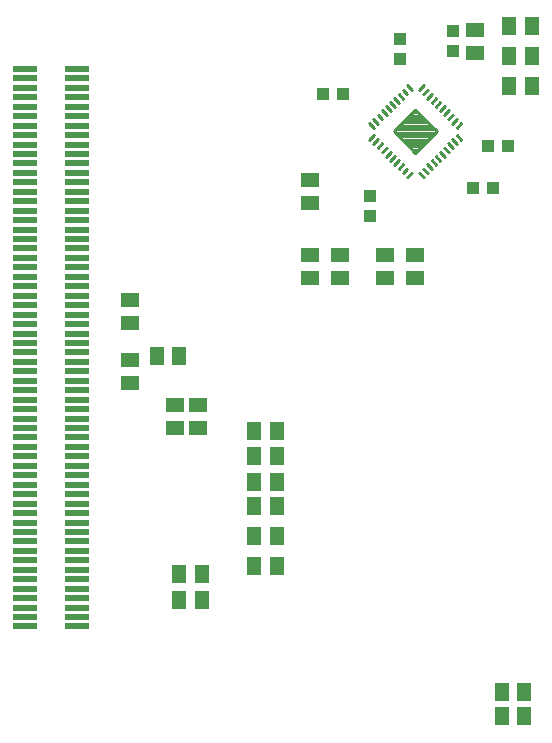
<source format=gbp>
G75*
%MOIN*%
%OFA0B0*%
%FSLAX25Y25*%
%IPPOS*%
%LPD*%
%AMOC8*
5,1,8,0,0,1.08239X$1,22.5*
%
%ADD10R,0.08100X0.02100*%
%ADD11R,0.05906X0.05118*%
%ADD12R,0.05118X0.05906*%
%ADD13C,0.01102*%
%ADD14C,0.01142*%
%ADD15R,0.03937X0.04331*%
%ADD16R,0.04331X0.03937*%
D10*
X0046800Y0062815D03*
X0046800Y0065965D03*
X0046800Y0069114D03*
X0046800Y0072264D03*
X0046800Y0075413D03*
X0046800Y0078563D03*
X0046800Y0081713D03*
X0046800Y0084862D03*
X0046800Y0088012D03*
X0046800Y0091162D03*
X0046800Y0094311D03*
X0046800Y0097461D03*
X0046800Y0100610D03*
X0046800Y0103760D03*
X0046800Y0106910D03*
X0046800Y0110059D03*
X0046800Y0113209D03*
X0046800Y0116358D03*
X0046800Y0119508D03*
X0046800Y0122658D03*
X0046800Y0125807D03*
X0046800Y0128957D03*
X0046800Y0132106D03*
X0046800Y0135256D03*
X0046800Y0138406D03*
X0046800Y0141555D03*
X0046800Y0144705D03*
X0046800Y0147854D03*
X0046800Y0151004D03*
X0046800Y0154154D03*
X0046800Y0157303D03*
X0046800Y0160453D03*
X0046800Y0163602D03*
X0046800Y0166752D03*
X0046800Y0169902D03*
X0046800Y0173051D03*
X0046800Y0176201D03*
X0046800Y0179351D03*
X0046800Y0182500D03*
X0046800Y0185650D03*
X0046800Y0188799D03*
X0046800Y0191949D03*
X0046800Y0195099D03*
X0046800Y0198248D03*
X0046800Y0201398D03*
X0046800Y0204547D03*
X0046800Y0207697D03*
X0046800Y0210847D03*
X0046800Y0213996D03*
X0046800Y0217146D03*
X0046800Y0220295D03*
X0046800Y0223445D03*
X0046800Y0226595D03*
X0046800Y0229744D03*
X0046800Y0232894D03*
X0046800Y0236043D03*
X0046800Y0239193D03*
X0046800Y0242343D03*
X0046800Y0245492D03*
X0046800Y0248642D03*
X0064123Y0248642D03*
X0064123Y0245492D03*
X0064123Y0242343D03*
X0064123Y0239193D03*
X0064123Y0236043D03*
X0064123Y0232894D03*
X0064123Y0229744D03*
X0064123Y0226595D03*
X0064123Y0223445D03*
X0064123Y0220295D03*
X0064123Y0217146D03*
X0064123Y0213996D03*
X0064123Y0210847D03*
X0064123Y0207697D03*
X0064123Y0204547D03*
X0064123Y0201398D03*
X0064123Y0198248D03*
X0064123Y0195099D03*
X0064123Y0191949D03*
X0064123Y0188799D03*
X0064123Y0185650D03*
X0064123Y0182500D03*
X0064123Y0179351D03*
X0064123Y0176201D03*
X0064123Y0173051D03*
X0064123Y0169902D03*
X0064123Y0166752D03*
X0064123Y0163602D03*
X0064123Y0160453D03*
X0064123Y0157303D03*
X0064123Y0154154D03*
X0064123Y0151004D03*
X0064123Y0147854D03*
X0064123Y0144705D03*
X0064123Y0141555D03*
X0064123Y0138406D03*
X0064123Y0135256D03*
X0064123Y0132106D03*
X0064123Y0128957D03*
X0064123Y0125807D03*
X0064123Y0122658D03*
X0064123Y0119508D03*
X0064123Y0116358D03*
X0064123Y0113209D03*
X0064123Y0110059D03*
X0064123Y0106910D03*
X0064123Y0103760D03*
X0064123Y0100610D03*
X0064123Y0097461D03*
X0064123Y0094311D03*
X0064123Y0091162D03*
X0064123Y0088012D03*
X0064123Y0084862D03*
X0064123Y0081713D03*
X0064123Y0078563D03*
X0064123Y0075413D03*
X0064123Y0072264D03*
X0064123Y0069114D03*
X0064123Y0065965D03*
X0064123Y0062815D03*
D11*
X0096800Y0129075D03*
X0096800Y0136555D03*
X0104300Y0136555D03*
X0104300Y0129075D03*
X0081800Y0144075D03*
X0081800Y0151555D03*
X0081800Y0164075D03*
X0081800Y0171555D03*
X0141800Y0179075D03*
X0141800Y0186555D03*
X0151800Y0186555D03*
X0151800Y0179075D03*
X0166800Y0179075D03*
X0166800Y0186555D03*
X0176800Y0186555D03*
X0176800Y0179075D03*
X0141800Y0204075D03*
X0141800Y0211555D03*
X0196800Y0254075D03*
X0196800Y0261555D03*
D12*
X0208060Y0262815D03*
X0215540Y0262815D03*
X0215540Y0252815D03*
X0208060Y0252815D03*
X0208060Y0242815D03*
X0215540Y0242815D03*
X0130540Y0127815D03*
X0123060Y0127815D03*
X0123060Y0119690D03*
X0130540Y0119690D03*
X0130540Y0110940D03*
X0123060Y0110940D03*
X0123060Y0102815D03*
X0130540Y0102815D03*
X0130540Y0092815D03*
X0123060Y0092815D03*
X0123060Y0082815D03*
X0130540Y0082815D03*
X0105540Y0080315D03*
X0098060Y0080315D03*
X0098060Y0071565D03*
X0105540Y0071565D03*
X0098040Y0152815D03*
X0090560Y0152815D03*
X0205560Y0040940D03*
X0213040Y0040940D03*
X0213040Y0032815D03*
X0205560Y0032815D03*
D13*
X0179611Y0212476D02*
X0178025Y0214062D01*
X0179417Y0215454D02*
X0181003Y0213868D01*
X0182395Y0215260D02*
X0180809Y0216846D01*
X0182201Y0218238D02*
X0183787Y0216652D01*
X0185179Y0218044D02*
X0183593Y0219630D01*
X0184985Y0221022D02*
X0186571Y0219436D01*
X0187963Y0220828D02*
X0186377Y0222414D01*
X0187769Y0223806D02*
X0189355Y0222220D01*
X0190747Y0223612D02*
X0189161Y0225198D01*
X0190553Y0226590D02*
X0192139Y0225004D01*
X0190553Y0229040D02*
X0192139Y0230626D01*
X0190747Y0232018D02*
X0189161Y0230432D01*
X0187769Y0231824D02*
X0189355Y0233410D01*
X0187963Y0234802D02*
X0186377Y0233216D01*
X0184985Y0234608D02*
X0186571Y0236194D01*
X0185179Y0237586D02*
X0183593Y0236000D01*
X0182201Y0237392D02*
X0183787Y0238978D01*
X0182395Y0240370D02*
X0180809Y0238784D01*
X0179417Y0240176D02*
X0181003Y0241762D01*
X0179611Y0243154D02*
X0178025Y0241568D01*
X0175575Y0241568D02*
X0173989Y0243154D01*
X0172597Y0241762D02*
X0174183Y0240176D01*
X0172791Y0238784D02*
X0171205Y0240370D01*
X0169813Y0238978D02*
X0171399Y0237392D01*
X0170007Y0236000D02*
X0168421Y0237586D01*
X0167029Y0236194D02*
X0168615Y0234608D01*
X0167223Y0233216D02*
X0165637Y0234802D01*
X0164245Y0233410D02*
X0165831Y0231824D01*
X0164439Y0230432D02*
X0162853Y0232018D01*
X0161461Y0230626D02*
X0163047Y0229040D01*
X0163047Y0226590D02*
X0161461Y0225004D01*
X0162853Y0223612D02*
X0164439Y0225198D01*
X0165831Y0223806D02*
X0164245Y0222220D01*
X0165637Y0220828D02*
X0167223Y0222414D01*
X0168615Y0221022D02*
X0167029Y0219436D01*
X0168421Y0218044D02*
X0170007Y0219630D01*
X0171399Y0218238D02*
X0169813Y0216652D01*
X0171205Y0215260D02*
X0172791Y0216846D01*
X0174183Y0215454D02*
X0172597Y0213868D01*
X0173989Y0212476D02*
X0175575Y0214062D01*
D14*
X0184064Y0227815D02*
X0176800Y0235079D01*
X0184064Y0227815D02*
X0176800Y0220551D01*
X0169536Y0227815D01*
X0176800Y0235079D01*
X0177941Y0221692D02*
X0175659Y0221692D01*
X0174518Y0222833D02*
X0179082Y0222833D01*
X0180223Y0223974D02*
X0173377Y0223974D01*
X0172236Y0225115D02*
X0181364Y0225115D01*
X0182505Y0226256D02*
X0171095Y0226256D01*
X0169954Y0227397D02*
X0183646Y0227397D01*
X0183341Y0228538D02*
X0170259Y0228538D01*
X0171400Y0229679D02*
X0182200Y0229679D01*
X0181059Y0230820D02*
X0172541Y0230820D01*
X0173682Y0231961D02*
X0179918Y0231961D01*
X0178777Y0233102D02*
X0174823Y0233102D01*
X0175964Y0234243D02*
X0177636Y0234243D01*
D15*
X0171800Y0251969D03*
X0171800Y0258662D03*
X0189300Y0261162D03*
X0189300Y0254469D03*
X0161800Y0206162D03*
X0161800Y0199469D03*
D16*
X0195954Y0209065D03*
X0202646Y0209065D03*
X0200954Y0222815D03*
X0207646Y0222815D03*
X0152646Y0240315D03*
X0145954Y0240315D03*
M02*

</source>
